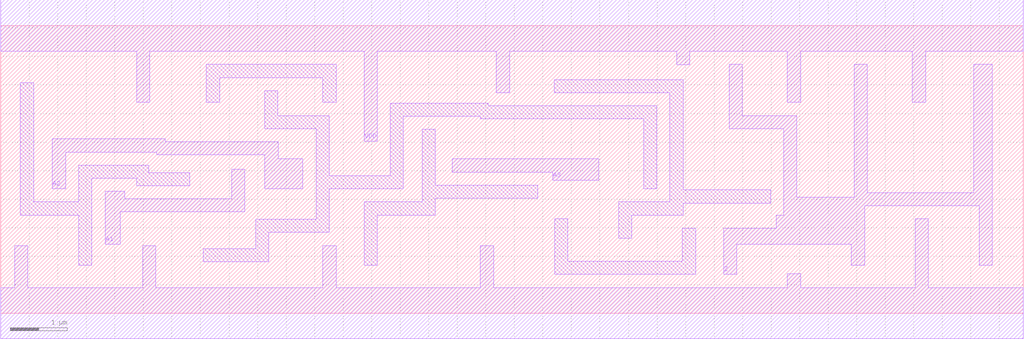
<source format=lef>
# Copyright 2022 GlobalFoundries PDK Authors
#
# Licensed under the Apache License, Version 2.0 (the "License");
# you may not use this file except in compliance with the License.
# You may obtain a copy of the License at
#
#      http://www.apache.org/licenses/LICENSE-2.0
#
# Unless required by applicable law or agreed to in writing, software
# distributed under the License is distributed on an "AS IS" BASIS,
# WITHOUT WARRANTIES OR CONDITIONS OF ANY KIND, either express or implied.
# See the License for the specific language governing permissions and
# limitations under the License.

MACRO gf180mcu_fd_sc_mcu9t5v0__xor3_4
  CLASS core ;
  FOREIGN gf180mcu_fd_sc_mcu9t5v0__xor3_4 0.0 0.0 ;
  ORIGIN 0 0 ;
  SYMMETRY X Y ;
  SITE GF018hv5v_green_sc9 ;
  SIZE 17.92 BY 5.04 ;
  PIN A1
    DIRECTION INPUT ;
    ANTENNAGATEAREA 0.8595 ;
    PORT
      LAYER Metal1 ;
        POLYGON 1.83 1.21 2.09 1.21 2.09 1.775 4.275 1.775 4.275 2.52 4.045 2.52 4.045 2.005 2.17 2.005 2.17 2.135 1.83 2.135  ;
    END
  END A1
  PIN A2
    DIRECTION INPUT ;
    ANTENNAGATEAREA 0.8595 ;
    PORT
      LAYER Metal1 ;
        POLYGON 0.905 2.18 1.135 2.18 1.135 2.825 2.735 2.825 2.735 2.775 3.31 2.775 4.63 2.775 4.63 2.18 5.295 2.18 5.295 2.71 4.86 2.71 4.86 3.005 3.31 3.005 2.88 3.005 2.88 3.055 0.905 3.055  ;
    END
  END A2
  PIN A3
    DIRECTION INPUT ;
    ANTENNAGATEAREA 2.1705 ;
    PORT
      LAYER Metal1 ;
        POLYGON 7.91 2.475 9.41 2.475 9.67 2.475 9.67 2.33 10.48 2.33 10.48 2.71 9.41 2.71 7.91 2.71  ;
    END
  END A3
  PIN Z
    DIRECTION OUTPUT ;
    ANTENNADIFFAREA 4.593 ;
    PORT
      LAYER Metal1 ;
        POLYGON 12.765 3.235 13.49 3.235 13.72 3.235 13.72 1.72 13.59 1.72 13.59 1.49 12.665 1.49 12.665 0.68 12.895 0.68 12.895 1.21 14.905 1.21 14.905 0.845 15.135 0.845 15.135 1.885 17.145 1.885 17.145 0.845 17.375 0.845 17.375 4.36 17.045 4.36 17.045 2.115 15.185 2.115 15.185 4.36 14.955 4.36 14.955 2.03 13.95 2.03 13.95 3.465 13.49 3.465 12.995 3.465 12.995 4.36 12.765 4.36  ;
    END
  END Z
  PIN VDD
    DIRECTION INOUT ;
    USE power ;
    SHAPE ABUTMENT ;
    PORT
      LAYER Metal1 ;
        POLYGON 0 4.59 2.385 4.59 2.385 3.695 2.615 3.695 2.615 4.59 3.31 4.59 5.875 4.59 6.365 4.59 6.365 3.015 6.595 3.015 6.595 4.59 8.685 4.59 8.685 3.865 8.915 3.865 8.915 4.59 11.845 4.59 11.845 4.35 12.075 4.35 12.075 4.59 13.49 4.59 13.785 4.59 13.785 3.695 14.015 3.695 14.015 4.59 15.975 4.59 15.975 3.695 16.205 3.695 16.205 4.59 17.92 4.59 17.92 5.49 13.49 5.49 5.875 5.49 3.31 5.49 0 5.49  ;
    END
  END VDD
  PIN VSS
    DIRECTION INOUT ;
    USE ground ;
    SHAPE ABUTMENT ;
    PORT
      LAYER Metal1 ;
        POLYGON 0 -0.45 17.92 -0.45 17.92 0.45 16.255 0.45 16.255 1.655 16.025 1.655 16.025 0.45 14.015 0.45 14.015 0.695 13.785 0.695 13.785 0.45 8.635 0.45 8.635 1.185 8.405 1.185 8.405 0.45 5.875 0.45 5.875 1.185 5.645 1.185 5.645 0.45 2.715 0.45 2.715 1.185 2.485 1.185 2.485 0.45 0.475 0.45 0.475 1.185 0.245 1.185 0.245 0.45 0 0.45  ;
    END
  END VSS
  OBS
      LAYER Metal1 ;
        POLYGON 0.345 1.72 1.365 1.72 1.365 0.845 1.595 0.845 1.595 2.365 2.38 2.365 2.38 2.235 3.31 2.235 3.31 2.465 2.59 2.465 2.59 2.595 1.365 2.595 1.365 1.95 0.575 1.95 0.575 4.035 0.345 4.035  ;
        POLYGON 3.605 3.695 3.835 3.695 3.835 4.13 5.645 4.13 5.645 3.695 5.875 3.695 5.875 4.36 3.605 4.36  ;
        POLYGON 6.365 0.845 6.595 0.845 6.595 1.72 7.615 1.72 7.615 2.015 9.41 2.015 9.41 2.245 7.615 2.245 7.615 3.22 7.385 3.22 7.385 1.95 6.365 1.95  ;
        POLYGON 4.625 3.235 5.525 3.235 5.525 1.645 4.465 1.645 4.465 1.13 3.55 1.13 3.55 0.9 4.695 0.9 4.695 1.415 5.755 1.415 5.755 2.18 7.055 2.18 7.055 3.45 8.405 3.45 8.405 3.405 11.265 3.405 11.265 2.18 11.495 2.18 11.495 3.635 8.545 3.635 8.545 3.68 6.825 3.68 6.825 2.41 5.755 2.41 5.755 3.465 4.855 3.465 4.855 3.9 4.625 3.9  ;
        POLYGON 9.705 0.68 12.175 0.68 12.175 1.49 11.945 1.49 11.945 0.91 9.935 0.91 9.935 1.655 9.705 1.655  ;
        POLYGON 9.7 3.865 11.725 3.865 11.725 1.95 10.825 1.95 10.825 1.315 11.055 1.315 11.055 1.72 11.955 1.72 11.955 1.93 13.49 1.93 13.49 2.16 11.955 2.16 11.955 4.095 9.7 4.095  ;
  END
END gf180mcu_fd_sc_mcu9t5v0__xor3_4

</source>
